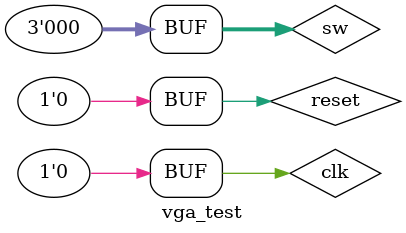
<source format=v>
`timescale 1ns / 1ps


module vga_test;

	// Inputs
	reg clk;
	reg reset;
	reg [2:0] sw;

	// Outputs
	wire hsync;
	wire vsync;
	wire [2:0] rgb;

	// Instantiate the Unit Under Test (UUT)
	vga uut (
		.clk(clk), 
		.reset(reset), 
		.sw(sw), 
		.hsync(hsync), 
		.vsync(vsync), 
		.rgb(rgb)
	);

	initial begin
		// Initialize Inputs
		clk = 0;
		reset = 0;
		sw = 0;

		// Wait 100 ns for global reset to finish
		#100;
        
		// Add stimulus here

	end
      
endmodule


</source>
